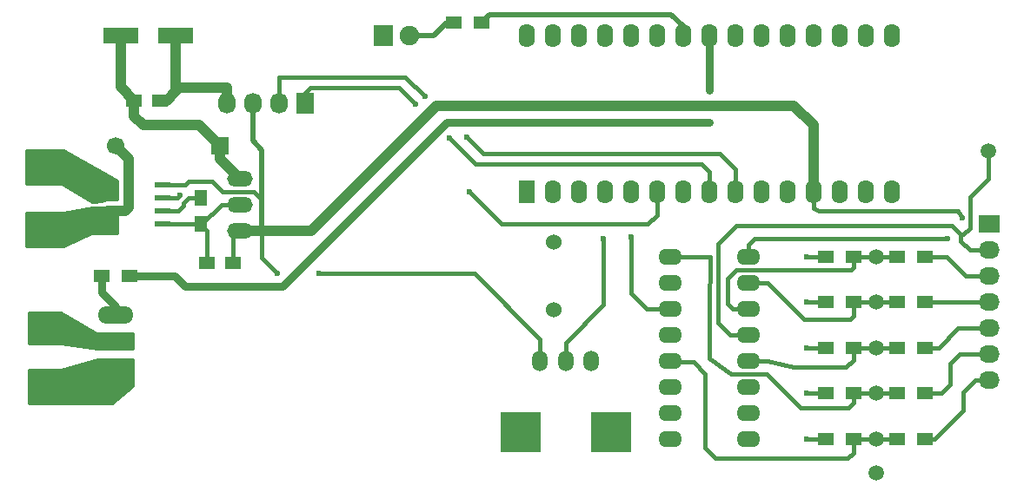
<source format=gbr>
G04 #@! TF.FileFunction,Copper,L1,Top,Signal*
%FSLAX46Y46*%
G04 Gerber Fmt 4.6, Leading zero omitted, Abs format (unit mm)*
G04 Created by KiCad (PCBNEW 4.0.4-stable) date 11/17/16 13:04:47*
%MOMM*%
%LPD*%
G01*
G04 APERTURE LIST*
%ADD10C,0.100000*%
%ADD11R,1.250000X1.500000*%
%ADD12R,1.500000X1.250000*%
%ADD13R,3.500000X1.600000*%
%ADD14C,1.699260*%
%ADD15R,1.699260X1.699260*%
%ADD16R,1.900000X2.000000*%
%ADD17C,1.900000*%
%ADD18R,1.727200X2.032000*%
%ADD19O,1.727200X2.032000*%
%ADD20R,2.032000X1.727200*%
%ADD21O,2.032000X1.727200*%
%ADD22O,3.500120X1.699260*%
%ADD23R,1.500000X1.300000*%
%ADD24O,1.524000X2.000000*%
%ADD25R,4.000000X4.000000*%
%ADD26R,1.550000X0.600000*%
%ADD27O,2.499360X1.501140*%
%ADD28R,1.574800X2.286000*%
%ADD29O,1.574800X2.286000*%
%ADD30O,2.300000X1.600000*%
%ADD31C,1.524000*%
%ADD32R,3.000000X3.000000*%
%ADD33C,1.500000*%
%ADD34C,0.600000*%
%ADD35C,1.016000*%
%ADD36C,0.406400*%
%ADD37C,0.508000*%
%ADD38C,0.762000*%
%ADD39C,0.254000*%
G04 APERTURE END LIST*
D10*
D11*
X18415000Y26055000D03*
X18415000Y28555000D03*
D12*
X11958000Y38100000D03*
X14458000Y38100000D03*
D13*
X10635000Y44450000D03*
X16035000Y44450000D03*
D12*
X21570000Y22225000D03*
X19070000Y22225000D03*
D14*
X10159480Y33652460D03*
D15*
X20319480Y33652460D03*
D16*
X36195000Y44450000D03*
D17*
X38735000Y44450000D03*
D18*
X28575000Y37846000D03*
D19*
X26035000Y37846000D03*
X23495000Y37846000D03*
X20955000Y37846000D03*
D20*
X95250000Y26035000D03*
D21*
X95250000Y23495000D03*
X95250000Y20955000D03*
X95250000Y18415000D03*
X95250000Y15875000D03*
X95250000Y13335000D03*
X95250000Y10795000D03*
D22*
X10160000Y14605000D03*
X10160000Y17145000D03*
X10160000Y12065000D03*
D23*
X43100000Y45720000D03*
X45800000Y45720000D03*
X81995000Y22860000D03*
X79295000Y22860000D03*
X81995000Y18415000D03*
X79295000Y18415000D03*
X81995000Y13970000D03*
X79295000Y13970000D03*
X81995000Y9525000D03*
X79295000Y9525000D03*
X81995000Y5080000D03*
X79295000Y5080000D03*
X88980000Y22860000D03*
X86280000Y22860000D03*
X88980000Y18415000D03*
X86280000Y18415000D03*
X88980000Y13970000D03*
X86280000Y13970000D03*
X88980000Y9525000D03*
X86280000Y9525000D03*
X88980000Y5080000D03*
X86280000Y5080000D03*
D24*
X56475000Y12700000D03*
X53975000Y12700000D03*
X51475000Y12700000D03*
D25*
X49575000Y5700000D03*
X58375000Y5700000D03*
D26*
X9365000Y29845000D03*
X9365000Y28575000D03*
X9365000Y27305000D03*
X9365000Y26035000D03*
X14765000Y26035000D03*
X14765000Y27305000D03*
X14765000Y28575000D03*
X14765000Y29845000D03*
D27*
X22225000Y27940000D03*
X22225000Y30480000D03*
X22225000Y25400000D03*
D28*
X50165000Y29210000D03*
D29*
X52705000Y29210000D03*
X55245000Y29210000D03*
X57785000Y29210000D03*
X60325000Y29210000D03*
X62865000Y29210000D03*
X65405000Y29210000D03*
X67945000Y29210000D03*
X70485000Y29210000D03*
X73025000Y29210000D03*
X75565000Y29210000D03*
X78105000Y29210000D03*
X80645000Y29210000D03*
X83185000Y29210000D03*
X85725000Y29210000D03*
X85725000Y44450000D03*
X83185000Y44450000D03*
X80645000Y44450000D03*
X78105000Y44450000D03*
X75565000Y44450000D03*
X73025000Y44450000D03*
X70485000Y44450000D03*
X67945000Y44450000D03*
X65405000Y44450000D03*
X62865000Y44450000D03*
X60325000Y44450000D03*
X57785000Y44450000D03*
X55245000Y44450000D03*
X52705000Y44450000D03*
X50165000Y44450000D03*
D30*
X64135000Y22860000D03*
X64135000Y20320000D03*
X64135000Y17780000D03*
X64135000Y15240000D03*
X64135000Y12700000D03*
X64135000Y10160000D03*
X64135000Y7620000D03*
X64135000Y5080000D03*
X71755000Y5080000D03*
X71755000Y7620000D03*
X71755000Y10160000D03*
X71755000Y12700000D03*
X71755000Y15240000D03*
X71755000Y17780000D03*
X71755000Y20320000D03*
X71755000Y22860000D03*
D31*
X52832000Y24255000D03*
X52832000Y17655000D03*
D32*
X3175000Y25400000D03*
X3175000Y31750000D03*
X3175000Y15875000D03*
X3175000Y10160000D03*
D23*
X11510000Y20955000D03*
X8810000Y20955000D03*
D33*
X84201000Y1778000D03*
X84201000Y22860000D03*
X84201000Y18415000D03*
X84201000Y13970000D03*
X84201000Y9525000D03*
X84201000Y5080000D03*
X95123000Y33147000D03*
D34*
X77470000Y18415000D03*
X77470000Y5080000D03*
X77470000Y9525000D03*
X77470000Y13970000D03*
X77470000Y22860000D03*
X92583000Y26670000D03*
X91186000Y24638000D03*
X25908000Y21209000D03*
X29972000Y21209000D03*
X42672000Y34417000D03*
X39370000Y37719000D03*
X40259000Y38481000D03*
X44323000Y34544000D03*
X44577000Y29210000D03*
X16383000Y28829000D03*
X57658000Y24638000D03*
X60325000Y24765000D03*
X67945000Y39116000D03*
X67945000Y35941000D03*
D35*
X20955000Y37846000D02*
X20955000Y39370000D01*
X16383000Y39370000D02*
X16035000Y39022000D01*
X20955000Y39370000D02*
X16383000Y39370000D01*
D36*
X18415000Y26055000D02*
X18562000Y26055000D01*
X18562000Y26055000D02*
X20447000Y27940000D01*
X20447000Y27940000D02*
X22225000Y27940000D01*
X14765000Y26035000D02*
X18395000Y26035000D01*
X18395000Y26035000D02*
X18415000Y26055000D01*
X19070000Y22225000D02*
X19070000Y25400000D01*
X19070000Y25400000D02*
X18415000Y26055000D01*
D35*
X14458000Y38100000D02*
X15113000Y38100000D01*
X15113000Y38100000D02*
X16035000Y39022000D01*
X16035000Y39022000D02*
X16035000Y44450000D01*
D36*
X79295000Y18415000D02*
X77470000Y18415000D01*
X79295000Y5080000D02*
X77470000Y5080000D01*
X79295000Y9525000D02*
X77470000Y9525000D01*
X79295000Y13970000D02*
X77470000Y13970000D01*
X79295000Y22860000D02*
X77724000Y22860000D01*
X77724000Y22860000D02*
X77470000Y22860000D01*
X18415000Y28555000D02*
X17252000Y28555000D01*
X16256000Y27305000D02*
X14765000Y27305000D01*
X16764000Y27813000D02*
X16256000Y27305000D01*
X16764000Y28067000D02*
X16764000Y27813000D01*
X17252000Y28555000D02*
X16764000Y28067000D01*
D35*
X11958000Y38100000D02*
X11958000Y36556000D01*
X18284940Y35687000D02*
X20319480Y33652460D01*
X12827000Y35687000D02*
X18284940Y35687000D01*
X11958000Y36556000D02*
X12827000Y35687000D01*
X10635000Y44450000D02*
X10635000Y39423000D01*
X10635000Y39423000D02*
X11958000Y38100000D01*
X20319480Y33652460D02*
X20319480Y32385520D01*
X20319480Y32385520D02*
X22225000Y30480000D01*
D37*
X23495000Y37846000D02*
X23495000Y34163000D01*
X24384000Y33274000D02*
X24384000Y25400000D01*
X23495000Y34163000D02*
X24384000Y33274000D01*
D36*
X71755000Y22860000D02*
X71755000Y24003000D01*
X78105000Y27559000D02*
X78105000Y29210000D01*
X78613000Y27305000D02*
X78105000Y27559000D01*
X92202000Y27305000D02*
X78613000Y27305000D01*
X92583000Y26670000D02*
X92202000Y27305000D01*
X72390000Y24638000D02*
X91186000Y24638000D01*
X71755000Y24003000D02*
X72390000Y24638000D01*
X51475000Y12700000D02*
X51475000Y14819000D01*
X24384000Y22733000D02*
X24384000Y25400000D01*
X25908000Y21209000D02*
X24384000Y22733000D01*
X45085000Y21209000D02*
X29972000Y21209000D01*
X51475000Y14819000D02*
X45085000Y21209000D01*
D38*
X23495000Y37211000D02*
X23495000Y37719000D01*
D36*
X14765000Y29845000D02*
X16891000Y29845000D01*
X24384000Y28448000D02*
X24384000Y25781000D01*
X24384000Y25781000D02*
X24384000Y25400000D01*
X23622000Y29210000D02*
X24384000Y28448000D01*
X20574000Y29210000D02*
X23622000Y29210000D01*
X19558000Y30226000D02*
X20574000Y29210000D01*
X17272000Y30226000D02*
X19558000Y30226000D01*
X16891000Y29845000D02*
X17272000Y30226000D01*
X21570000Y22225000D02*
X21570000Y24745000D01*
X21570000Y24745000D02*
X22225000Y25400000D01*
D35*
X22225000Y25400000D02*
X24384000Y25400000D01*
X24384000Y25400000D02*
X29210000Y25400000D01*
X78105000Y35687000D02*
X78105000Y29210000D01*
X76200000Y37592000D02*
X78105000Y35687000D01*
X41402000Y37592000D02*
X76200000Y37592000D01*
X29210000Y25400000D02*
X41402000Y37592000D01*
D37*
X43100000Y45720000D02*
X42418000Y45720000D01*
X42418000Y45720000D02*
X41148000Y44450000D01*
X41148000Y44450000D02*
X38735000Y44450000D01*
D36*
X28575000Y37846000D02*
X28575000Y38862000D01*
X28575000Y38862000D02*
X29083000Y39370000D01*
X30353000Y39370000D02*
X29083000Y39370000D01*
X29083000Y39370000D02*
X37719000Y39370000D01*
X67945000Y31115000D02*
X67945000Y29210000D01*
X67183000Y31877000D02*
X67945000Y31115000D01*
X45212000Y31877000D02*
X67183000Y31877000D01*
X42672000Y34417000D02*
X45212000Y31877000D01*
X37719000Y39370000D02*
X39370000Y37719000D01*
X26035000Y37846000D02*
X26035000Y39370000D01*
X26035000Y40386000D02*
X26035000Y40386000D01*
X26035000Y40386000D02*
X28066712Y40375307D01*
X28066712Y40375307D02*
X32385000Y40386000D01*
X32385000Y40386000D02*
X38354000Y40386000D01*
X38354000Y40386000D02*
X40259000Y38481000D01*
X44323000Y34544000D02*
X45974000Y32893000D01*
X45974000Y32893000D02*
X68961000Y32893000D01*
X68961000Y32893000D02*
X70485000Y31369000D01*
X70485000Y31369000D02*
X70485000Y29210000D01*
X26035000Y39370000D02*
X26035000Y40386000D01*
X88980000Y22860000D02*
X91059000Y22860000D01*
X92964000Y20955000D02*
X95250000Y20955000D01*
X91059000Y22860000D02*
X92964000Y20955000D01*
X88980000Y18415000D02*
X95250000Y18415000D01*
X88980000Y13970000D02*
X90297000Y13970000D01*
X92202000Y15875000D02*
X95250000Y15875000D01*
X90297000Y13970000D02*
X92202000Y15875000D01*
X88980000Y9525000D02*
X90551000Y9525000D01*
X92329000Y13335000D02*
X95250000Y13335000D01*
X91440000Y12446000D02*
X92329000Y13335000D01*
X91440000Y10414000D02*
X91440000Y12446000D01*
X90551000Y9525000D02*
X91440000Y10414000D01*
X95250000Y10795000D02*
X93853000Y10795000D01*
X89916000Y5080000D02*
X88980000Y5080000D01*
X92710000Y7874000D02*
X89916000Y5080000D01*
X92710000Y9652000D02*
X92710000Y7874000D01*
X93853000Y10795000D02*
X92710000Y9652000D01*
D38*
X10160000Y17145000D02*
X10160000Y18034000D01*
X8810000Y19384000D02*
X8810000Y20955000D01*
X10160000Y18034000D02*
X8810000Y19384000D01*
D37*
X65405000Y44450000D02*
X65405000Y45339000D01*
X65405000Y45339000D02*
X64262000Y46482000D01*
X64262000Y46482000D02*
X46562000Y46482000D01*
X46562000Y46482000D02*
X45800000Y45720000D01*
D36*
X14765000Y28575000D02*
X16129000Y28575000D01*
X62865000Y26924000D02*
X62865000Y29210000D01*
X61976000Y26035000D02*
X62865000Y26924000D01*
X47752000Y26035000D02*
X61976000Y26035000D01*
X44577000Y29210000D02*
X47752000Y26035000D01*
X16129000Y28575000D02*
X16383000Y28829000D01*
X53975000Y12700000D02*
X53975000Y14478000D01*
X57658000Y18161000D02*
X57658000Y24638000D01*
X53975000Y14478000D02*
X57658000Y18161000D01*
X64135000Y17780000D02*
X61849000Y17780000D01*
X60325000Y19304000D02*
X60325000Y24765000D01*
X61849000Y17780000D02*
X60325000Y19304000D01*
D35*
X9365000Y27305000D02*
X11049000Y27305000D01*
X11430000Y32381940D02*
X10159480Y33652460D01*
X11430000Y27686000D02*
X11430000Y32381940D01*
X11049000Y27305000D02*
X11430000Y27686000D01*
D38*
X11510000Y20955000D02*
X15875000Y20955000D01*
X67945000Y39116000D02*
X67945000Y44450000D01*
X42418000Y35941000D02*
X67945000Y35941000D01*
X26416000Y19939000D02*
X42418000Y35941000D01*
X16891000Y19939000D02*
X26416000Y19939000D01*
X15875000Y20955000D02*
X16891000Y19939000D01*
D36*
X92456000Y25019000D02*
X92710000Y25019000D01*
X95123000Y30480000D02*
X95123000Y33147000D01*
X93345000Y28702000D02*
X95123000Y30480000D01*
X93345000Y25654000D02*
X93345000Y28702000D01*
X92710000Y25019000D02*
X93345000Y25654000D01*
X83820000Y25908000D02*
X70612000Y25908000D01*
X69977000Y15240000D02*
X71755000Y15240000D01*
X68834000Y16383000D02*
X69977000Y15240000D01*
X68834000Y24130000D02*
X68834000Y16383000D01*
X70612000Y25908000D02*
X68834000Y24130000D01*
X95250000Y23495000D02*
X93345000Y23495000D01*
X91567000Y25908000D02*
X83820000Y25908000D01*
X92456000Y25019000D02*
X91567000Y25908000D01*
X92456000Y24384000D02*
X92456000Y25019000D01*
X93345000Y23495000D02*
X92456000Y24384000D01*
X84201000Y22860000D02*
X81995000Y22860000D01*
X86280000Y22860000D02*
X84201000Y22860000D01*
X81995000Y22860000D02*
X81995000Y21797000D01*
X81995000Y21797000D02*
X81788000Y21590000D01*
X81788000Y21590000D02*
X70612000Y21590000D01*
X70612000Y21590000D02*
X69723000Y20701000D01*
X69723000Y20701000D02*
X69723000Y18288000D01*
X69723000Y18288000D02*
X70231000Y17780000D01*
X70231000Y17780000D02*
X71755000Y17780000D01*
X84201000Y18415000D02*
X81995000Y18415000D01*
X86280000Y18415000D02*
X84201000Y18415000D01*
X81995000Y18415000D02*
X81995000Y17098000D01*
X81995000Y17098000D02*
X81661000Y16764000D01*
X81661000Y16764000D02*
X77216000Y16764000D01*
X77216000Y16764000D02*
X73660000Y20320000D01*
X73660000Y20320000D02*
X71755000Y20320000D01*
X84201000Y13970000D02*
X81995000Y13970000D01*
X86280000Y13970000D02*
X84201000Y13970000D01*
X81995000Y13970000D02*
X81995000Y12780000D01*
X81995000Y12780000D02*
X81280000Y12065000D01*
X81280000Y12065000D02*
X76200000Y12065000D01*
X76200000Y12065000D02*
X73660000Y12700000D01*
X73660000Y12700000D02*
X71755000Y12700000D01*
X84201000Y9525000D02*
X81995000Y9525000D01*
X86280000Y9525000D02*
X84201000Y9525000D01*
X81995000Y9525000D02*
X81995000Y8589000D01*
X81995000Y8589000D02*
X81534000Y8128000D01*
X81534000Y8128000D02*
X76835000Y8128000D01*
X76835000Y8128000D02*
X73533000Y11430000D01*
X73533000Y11430000D02*
X70104000Y11430000D01*
X70104000Y11430000D02*
X67995382Y12953179D01*
X67995382Y12953179D02*
X67945000Y17653000D01*
X67945000Y17653000D02*
X68072000Y22860000D01*
X68072000Y22860000D02*
X64135000Y22860000D01*
X84201000Y5080000D02*
X81995000Y5080000D01*
X86280000Y5080000D02*
X84201000Y5080000D01*
X81995000Y5080000D02*
X81995000Y3730000D01*
X81995000Y3730000D02*
X81440000Y3175000D01*
X81440000Y3175000D02*
X68580000Y3175000D01*
X68580000Y3175000D02*
X67564000Y4191000D01*
X67564000Y4191000D02*
X67564000Y11430000D01*
X67564000Y11430000D02*
X66421000Y12573000D01*
X66421000Y12573000D02*
X64262000Y12573000D01*
X64262000Y12573000D02*
X64135000Y12700000D01*
D39*
G36*
X10287000Y30279299D02*
X10287000Y28448000D01*
X9365000Y28448000D01*
X8927593Y28360994D01*
X8765130Y28252440D01*
X8590000Y28252440D01*
X8354683Y28208162D01*
X8332675Y28194000D01*
X7908335Y28194000D01*
X4889992Y29954700D01*
X4826000Y29972000D01*
X1397000Y29972000D01*
X1397000Y33274000D01*
X5046273Y33274000D01*
X10287000Y30279299D01*
X10287000Y30279299D01*
G37*
X10287000Y30279299D02*
X10287000Y28448000D01*
X9365000Y28448000D01*
X8927593Y28360994D01*
X8765130Y28252440D01*
X8590000Y28252440D01*
X8354683Y28208162D01*
X8332675Y28194000D01*
X7908335Y28194000D01*
X4889992Y29954700D01*
X4826000Y29972000D01*
X1397000Y29972000D01*
X1397000Y33274000D01*
X5046273Y33274000D01*
X10287000Y30279299D01*
G36*
X8338110Y27678569D02*
X8590000Y27627560D01*
X10140000Y27627560D01*
X10287000Y27655220D01*
X10287000Y25146000D01*
X7874000Y25146000D01*
X7821447Y25134617D01*
X5052490Y23876000D01*
X1397000Y23876000D01*
X1397000Y27178000D01*
X5080000Y27178000D01*
X5102718Y27180049D01*
X7885449Y27686000D01*
X8327234Y27686000D01*
X8338110Y27678569D01*
X8338110Y27678569D01*
G37*
X8338110Y27678569D02*
X8590000Y27627560D01*
X10140000Y27627560D01*
X10287000Y27655220D01*
X10287000Y25146000D01*
X7874000Y25146000D01*
X7821447Y25134617D01*
X5052490Y23876000D01*
X1397000Y23876000D01*
X1397000Y27178000D01*
X5080000Y27178000D01*
X5102718Y27180049D01*
X7885449Y27686000D01*
X8327234Y27686000D01*
X8338110Y27678569D01*
G36*
X11811000Y10217628D02*
X9858282Y8509000D01*
X1651000Y8509000D01*
X1651000Y11811000D01*
X4826000Y11811000D01*
X4860890Y11815886D01*
X8399789Y12827000D01*
X11811000Y12827000D01*
X11811000Y10217628D01*
X11811000Y10217628D01*
G37*
X11811000Y10217628D02*
X9858282Y8509000D01*
X1651000Y8509000D01*
X1651000Y11811000D01*
X4826000Y11811000D01*
X4860890Y11815886D01*
X8399789Y12827000D01*
X11811000Y12827000D01*
X11811000Y10217628D01*
G36*
X8318990Y15383733D02*
X8382000Y15367000D01*
X11811000Y15367000D01*
X11811000Y13843000D01*
X8391029Y13843000D01*
X4843961Y14349724D01*
X4826000Y14351000D01*
X1651000Y14351000D01*
X1651000Y17399000D01*
X4792273Y17399000D01*
X8318990Y15383733D01*
X8318990Y15383733D01*
G37*
X8318990Y15383733D02*
X8382000Y15367000D01*
X11811000Y15367000D01*
X11811000Y13843000D01*
X8391029Y13843000D01*
X4843961Y14349724D01*
X4826000Y14351000D01*
X1651000Y14351000D01*
X1651000Y17399000D01*
X4792273Y17399000D01*
X8318990Y15383733D01*
M02*

</source>
